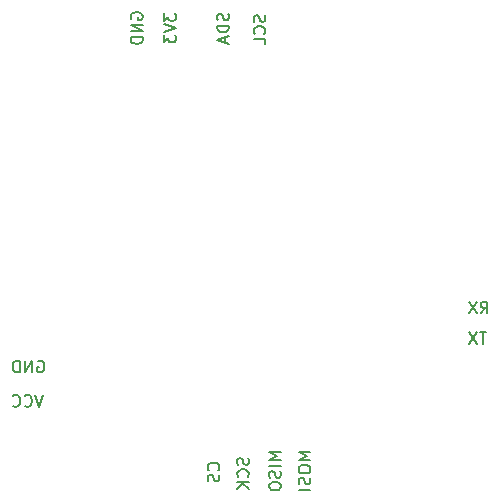
<source format=gbr>
%TF.GenerationSoftware,KiCad,Pcbnew,(6.0.7)*%
%TF.CreationDate,2023-05-29T18:59:42-07:00*%
%TF.ProjectId,STM32F4_Breakout,53544d33-3246-4345-9f42-7265616b6f75,rev?*%
%TF.SameCoordinates,Original*%
%TF.FileFunction,Legend,Bot*%
%TF.FilePolarity,Positive*%
%FSLAX46Y46*%
G04 Gerber Fmt 4.6, Leading zero omitted, Abs format (unit mm)*
G04 Created by KiCad (PCBNEW (6.0.7)) date 2023-05-29 18:59:42*
%MOMM*%
%LPD*%
G01*
G04 APERTURE LIST*
%ADD10C,0.150000*%
G04 APERTURE END LIST*
D10*
X105361904Y-71552380D02*
X104790476Y-71552380D01*
X105076190Y-72552380D02*
X105076190Y-71552380D01*
X104552380Y-71552380D02*
X103885714Y-72552380D01*
X103885714Y-71552380D02*
X104552380Y-72552380D01*
X75300000Y-45038095D02*
X75252380Y-44942857D01*
X75252380Y-44800000D01*
X75300000Y-44657142D01*
X75395238Y-44561904D01*
X75490476Y-44514285D01*
X75680952Y-44466666D01*
X75823809Y-44466666D01*
X76014285Y-44514285D01*
X76109523Y-44561904D01*
X76204761Y-44657142D01*
X76252380Y-44800000D01*
X76252380Y-44895238D01*
X76204761Y-45038095D01*
X76157142Y-45085714D01*
X75823809Y-45085714D01*
X75823809Y-44895238D01*
X76252380Y-45514285D02*
X75252380Y-45514285D01*
X76252380Y-46085714D01*
X75252380Y-46085714D01*
X76252380Y-46561904D02*
X75252380Y-46561904D01*
X75252380Y-46800000D01*
X75300000Y-46942857D01*
X75395238Y-47038095D01*
X75490476Y-47085714D01*
X75680952Y-47133333D01*
X75823809Y-47133333D01*
X76014285Y-47085714D01*
X76109523Y-47038095D01*
X76204761Y-46942857D01*
X76252380Y-46800000D01*
X76252380Y-46561904D01*
X104866666Y-69952380D02*
X105200000Y-69476190D01*
X105438095Y-69952380D02*
X105438095Y-68952380D01*
X105057142Y-68952380D01*
X104961904Y-69000000D01*
X104914285Y-69047619D01*
X104866666Y-69142857D01*
X104866666Y-69285714D01*
X104914285Y-69380952D01*
X104961904Y-69428571D01*
X105057142Y-69476190D01*
X105438095Y-69476190D01*
X104533333Y-68952380D02*
X103866666Y-69952380D01*
X103866666Y-68952380D02*
X104533333Y-69952380D01*
X87952380Y-81728571D02*
X86952380Y-81728571D01*
X87666666Y-82061904D01*
X86952380Y-82395238D01*
X87952380Y-82395238D01*
X87952380Y-82871428D02*
X86952380Y-82871428D01*
X87904761Y-83300000D02*
X87952380Y-83442857D01*
X87952380Y-83680952D01*
X87904761Y-83776190D01*
X87857142Y-83823809D01*
X87761904Y-83871428D01*
X87666666Y-83871428D01*
X87571428Y-83823809D01*
X87523809Y-83776190D01*
X87476190Y-83680952D01*
X87428571Y-83490476D01*
X87380952Y-83395238D01*
X87333333Y-83347619D01*
X87238095Y-83300000D01*
X87142857Y-83300000D01*
X87047619Y-83347619D01*
X87000000Y-83395238D01*
X86952380Y-83490476D01*
X86952380Y-83728571D01*
X87000000Y-83871428D01*
X86952380Y-84490476D02*
X86952380Y-84680952D01*
X87000000Y-84776190D01*
X87095238Y-84871428D01*
X87285714Y-84919047D01*
X87619047Y-84919047D01*
X87809523Y-84871428D01*
X87904761Y-84776190D01*
X87952380Y-84680952D01*
X87952380Y-84490476D01*
X87904761Y-84395238D01*
X87809523Y-84300000D01*
X87619047Y-84252380D01*
X87285714Y-84252380D01*
X87095238Y-84300000D01*
X87000000Y-84395238D01*
X86952380Y-84490476D01*
X83504761Y-44585714D02*
X83552380Y-44728571D01*
X83552380Y-44966666D01*
X83504761Y-45061904D01*
X83457142Y-45109523D01*
X83361904Y-45157142D01*
X83266666Y-45157142D01*
X83171428Y-45109523D01*
X83123809Y-45061904D01*
X83076190Y-44966666D01*
X83028571Y-44776190D01*
X82980952Y-44680952D01*
X82933333Y-44633333D01*
X82838095Y-44585714D01*
X82742857Y-44585714D01*
X82647619Y-44633333D01*
X82600000Y-44680952D01*
X82552380Y-44776190D01*
X82552380Y-45014285D01*
X82600000Y-45157142D01*
X83552380Y-45585714D02*
X82552380Y-45585714D01*
X82552380Y-45823809D01*
X82600000Y-45966666D01*
X82695238Y-46061904D01*
X82790476Y-46109523D01*
X82980952Y-46157142D01*
X83123809Y-46157142D01*
X83314285Y-46109523D01*
X83409523Y-46061904D01*
X83504761Y-45966666D01*
X83552380Y-45823809D01*
X83552380Y-45585714D01*
X83266666Y-46538095D02*
X83266666Y-47014285D01*
X83552380Y-46442857D02*
X82552380Y-46776190D01*
X83552380Y-47109523D01*
X85204761Y-82214285D02*
X85252380Y-82357142D01*
X85252380Y-82595238D01*
X85204761Y-82690476D01*
X85157142Y-82738095D01*
X85061904Y-82785714D01*
X84966666Y-82785714D01*
X84871428Y-82738095D01*
X84823809Y-82690476D01*
X84776190Y-82595238D01*
X84728571Y-82404761D01*
X84680952Y-82309523D01*
X84633333Y-82261904D01*
X84538095Y-82214285D01*
X84442857Y-82214285D01*
X84347619Y-82261904D01*
X84300000Y-82309523D01*
X84252380Y-82404761D01*
X84252380Y-82642857D01*
X84300000Y-82785714D01*
X85157142Y-83785714D02*
X85204761Y-83738095D01*
X85252380Y-83595238D01*
X85252380Y-83500000D01*
X85204761Y-83357142D01*
X85109523Y-83261904D01*
X85014285Y-83214285D01*
X84823809Y-83166666D01*
X84680952Y-83166666D01*
X84490476Y-83214285D01*
X84395238Y-83261904D01*
X84300000Y-83357142D01*
X84252380Y-83500000D01*
X84252380Y-83595238D01*
X84300000Y-83738095D01*
X84347619Y-83785714D01*
X85252380Y-84214285D02*
X84252380Y-84214285D01*
X85252380Y-84785714D02*
X84680952Y-84357142D01*
X84252380Y-84785714D02*
X84823809Y-84214285D01*
X67833333Y-76852380D02*
X67500000Y-77852380D01*
X67166666Y-76852380D01*
X66261904Y-77757142D02*
X66309523Y-77804761D01*
X66452380Y-77852380D01*
X66547619Y-77852380D01*
X66690476Y-77804761D01*
X66785714Y-77709523D01*
X66833333Y-77614285D01*
X66880952Y-77423809D01*
X66880952Y-77280952D01*
X66833333Y-77090476D01*
X66785714Y-76995238D01*
X66690476Y-76900000D01*
X66547619Y-76852380D01*
X66452380Y-76852380D01*
X66309523Y-76900000D01*
X66261904Y-76947619D01*
X65261904Y-77757142D02*
X65309523Y-77804761D01*
X65452380Y-77852380D01*
X65547619Y-77852380D01*
X65690476Y-77804761D01*
X65785714Y-77709523D01*
X65833333Y-77614285D01*
X65880952Y-77423809D01*
X65880952Y-77280952D01*
X65833333Y-77090476D01*
X65785714Y-76995238D01*
X65690476Y-76900000D01*
X65547619Y-76852380D01*
X65452380Y-76852380D01*
X65309523Y-76900000D01*
X65261904Y-76947619D01*
X82657142Y-83233333D02*
X82704761Y-83185714D01*
X82752380Y-83042857D01*
X82752380Y-82947619D01*
X82704761Y-82804761D01*
X82609523Y-82709523D01*
X82514285Y-82661904D01*
X82323809Y-82614285D01*
X82180952Y-82614285D01*
X81990476Y-82661904D01*
X81895238Y-82709523D01*
X81800000Y-82804761D01*
X81752380Y-82947619D01*
X81752380Y-83042857D01*
X81800000Y-83185714D01*
X81847619Y-83233333D01*
X82704761Y-83614285D02*
X82752380Y-83757142D01*
X82752380Y-83995238D01*
X82704761Y-84090476D01*
X82657142Y-84138095D01*
X82561904Y-84185714D01*
X82466666Y-84185714D01*
X82371428Y-84138095D01*
X82323809Y-84090476D01*
X82276190Y-83995238D01*
X82228571Y-83804761D01*
X82180952Y-83709523D01*
X82133333Y-83661904D01*
X82038095Y-83614285D01*
X81942857Y-83614285D01*
X81847619Y-83661904D01*
X81800000Y-83709523D01*
X81752380Y-83804761D01*
X81752380Y-84042857D01*
X81800000Y-84185714D01*
X90452380Y-81728571D02*
X89452380Y-81728571D01*
X90166666Y-82061904D01*
X89452380Y-82395238D01*
X90452380Y-82395238D01*
X89452380Y-83061904D02*
X89452380Y-83252380D01*
X89500000Y-83347619D01*
X89595238Y-83442857D01*
X89785714Y-83490476D01*
X90119047Y-83490476D01*
X90309523Y-83442857D01*
X90404761Y-83347619D01*
X90452380Y-83252380D01*
X90452380Y-83061904D01*
X90404761Y-82966666D01*
X90309523Y-82871428D01*
X90119047Y-82823809D01*
X89785714Y-82823809D01*
X89595238Y-82871428D01*
X89500000Y-82966666D01*
X89452380Y-83061904D01*
X90404761Y-83871428D02*
X90452380Y-84014285D01*
X90452380Y-84252380D01*
X90404761Y-84347619D01*
X90357142Y-84395238D01*
X90261904Y-84442857D01*
X90166666Y-84442857D01*
X90071428Y-84395238D01*
X90023809Y-84347619D01*
X89976190Y-84252380D01*
X89928571Y-84061904D01*
X89880952Y-83966666D01*
X89833333Y-83919047D01*
X89738095Y-83871428D01*
X89642857Y-83871428D01*
X89547619Y-83919047D01*
X89500000Y-83966666D01*
X89452380Y-84061904D01*
X89452380Y-84300000D01*
X89500000Y-84442857D01*
X90452380Y-84871428D02*
X89452380Y-84871428D01*
X67361904Y-74000000D02*
X67457142Y-73952380D01*
X67600000Y-73952380D01*
X67742857Y-74000000D01*
X67838095Y-74095238D01*
X67885714Y-74190476D01*
X67933333Y-74380952D01*
X67933333Y-74523809D01*
X67885714Y-74714285D01*
X67838095Y-74809523D01*
X67742857Y-74904761D01*
X67600000Y-74952380D01*
X67504761Y-74952380D01*
X67361904Y-74904761D01*
X67314285Y-74857142D01*
X67314285Y-74523809D01*
X67504761Y-74523809D01*
X66885714Y-74952380D02*
X66885714Y-73952380D01*
X66314285Y-74952380D01*
X66314285Y-73952380D01*
X65838095Y-74952380D02*
X65838095Y-73952380D01*
X65600000Y-73952380D01*
X65457142Y-74000000D01*
X65361904Y-74095238D01*
X65314285Y-74190476D01*
X65266666Y-74380952D01*
X65266666Y-74523809D01*
X65314285Y-74714285D01*
X65361904Y-74809523D01*
X65457142Y-74904761D01*
X65600000Y-74952380D01*
X65838095Y-74952380D01*
X86604761Y-44709523D02*
X86652380Y-44852380D01*
X86652380Y-45090476D01*
X86604761Y-45185714D01*
X86557142Y-45233333D01*
X86461904Y-45280952D01*
X86366666Y-45280952D01*
X86271428Y-45233333D01*
X86223809Y-45185714D01*
X86176190Y-45090476D01*
X86128571Y-44900000D01*
X86080952Y-44804761D01*
X86033333Y-44757142D01*
X85938095Y-44709523D01*
X85842857Y-44709523D01*
X85747619Y-44757142D01*
X85700000Y-44804761D01*
X85652380Y-44900000D01*
X85652380Y-45138095D01*
X85700000Y-45280952D01*
X86557142Y-46280952D02*
X86604761Y-46233333D01*
X86652380Y-46090476D01*
X86652380Y-45995238D01*
X86604761Y-45852380D01*
X86509523Y-45757142D01*
X86414285Y-45709523D01*
X86223809Y-45661904D01*
X86080952Y-45661904D01*
X85890476Y-45709523D01*
X85795238Y-45757142D01*
X85700000Y-45852380D01*
X85652380Y-45995238D01*
X85652380Y-46090476D01*
X85700000Y-46233333D01*
X85747619Y-46280952D01*
X86652380Y-47185714D02*
X86652380Y-46709523D01*
X85652380Y-46709523D01*
X78052380Y-44561904D02*
X78052380Y-45180952D01*
X78433333Y-44847619D01*
X78433333Y-44990476D01*
X78480952Y-45085714D01*
X78528571Y-45133333D01*
X78623809Y-45180952D01*
X78861904Y-45180952D01*
X78957142Y-45133333D01*
X79004761Y-45085714D01*
X79052380Y-44990476D01*
X79052380Y-44704761D01*
X79004761Y-44609523D01*
X78957142Y-44561904D01*
X78052380Y-45466666D02*
X79052380Y-45800000D01*
X78052380Y-46133333D01*
X78052380Y-46371428D02*
X78052380Y-46990476D01*
X78433333Y-46657142D01*
X78433333Y-46800000D01*
X78480952Y-46895238D01*
X78528571Y-46942857D01*
X78623809Y-46990476D01*
X78861904Y-46990476D01*
X78957142Y-46942857D01*
X79004761Y-46895238D01*
X79052380Y-46800000D01*
X79052380Y-46514285D01*
X79004761Y-46419047D01*
X78957142Y-46371428D01*
M02*

</source>
